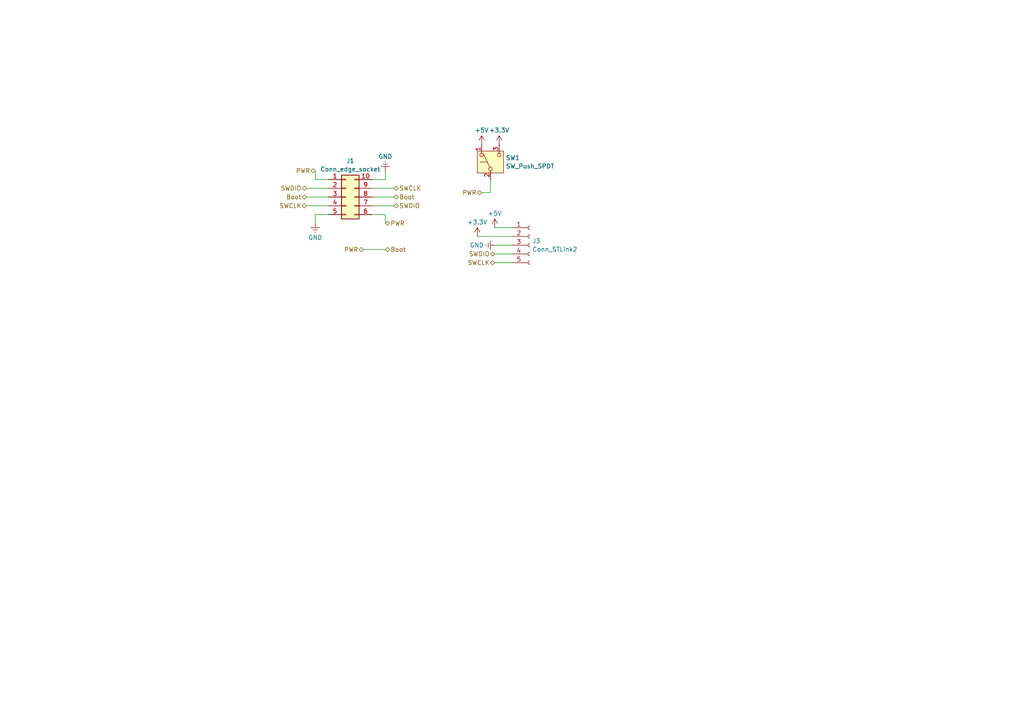
<source format=kicad_sch>
(kicad_sch (version 20231120) (generator "eeschema") (generator_version "8.0")
  (paper "A4")
  (lib_symbols
    (symbol "Connector:Conn_01x05_Socket" (pin_names (offset 1.016) hide)
      (property "Reference" "J" (at 0 7.62 0))
      (property "Value" "Conn_01x05_Socket" (at 0 -7.62 0))
      (symbol "Conn_01x05_Socket_1_1"
        (arc (start 0 -4.572) (mid -0.5058 -5.08) (end 0 -5.588) (stroke (width 0.1524)))
        (arc (start 0 -2.032) (mid -0.5058 -2.54) (end 0 -3.048) (stroke (width 0.1524)))
        (polyline (pts (xy -1.27 -5.08) (xy -0.508 -5.08)) (stroke (width 0.1524)))
        (polyline (pts (xy -1.27 -2.54) (xy -0.508 -2.54)) (stroke (width 0.1524)))
        (polyline (pts (xy -1.27 0) (xy -0.508 0)) (stroke (width 0.1524)))
        (polyline (pts (xy -1.27 2.54) (xy -0.508 2.54)) (stroke (width 0.1524)))
        (polyline (pts (xy -1.27 5.08) (xy -0.508 5.08)) (stroke (width 0.1524)))
        (arc (start 0 0.508) (mid -0.5058 0) (end 0 -0.508) (stroke (width 0.1524)))
        (arc (start 0 3.048) (mid -0.5058 2.54) (end 0 2.032) (stroke (width 0.1524)))
        (arc (start 0 5.588) (mid -0.5058 5.08) (end 0 4.572) (stroke (width 0.1524)))
        (pin passive line (at -5.08 5.08 0) (length 3.81) (name "Pin_1") (number "1"))
        (pin passive line (at -5.08 2.54 0) (length 3.81) (name "Pin_2") (number "2"))
        (pin passive line (at -5.08 0 0) (length 3.81) (name "Pin_3") (number "3"))
        (pin passive line (at -5.08 -2.54 0) (length 3.81) (name "Pin_4") (number "4"))
        (pin passive line (at -5.08 -5.08 0) (length 3.81) (name "Pin_5") (number "5"))
      )
    )
    (symbol "Connector_Generic:Conn_02x05_Counter_Clockwise" (pin_names (offset 1.016) hide)
      (property "Reference" "J" (at 1.27 7.62 0))
      (property "Value" "Conn_02x05_Counter_Clockwise" (at 1.27 -7.62 0))
      (symbol "Conn_02x05_Counter_Clockwise_1_1"
        (rectangle (start -1.27 -4.953) (end 0 -5.207) (stroke (width 0.1524)))
        (rectangle (start -1.27 -2.413) (end 0 -2.667) (stroke (width 0.1524)))
        (rectangle (start -1.27 0.127) (end 0 -0.127) (stroke (width 0.1524)))
        (rectangle (start -1.27 2.667) (end 0 2.413) (stroke (width 0.1524)))
        (rectangle (start -1.27 5.207) (end 0 4.953) (stroke (width 0.1524)))
        (rectangle (start -1.27 6.35) (end 3.81 -6.35) (stroke (width 0.254)) (fill (type background)))
        (rectangle (start 3.81 -4.953) (end 2.54 -5.207) (stroke (width 0.1524)))
        (rectangle (start 3.81 -2.413) (end 2.54 -2.667) (stroke (width 0.1524)))
        (rectangle (start 3.81 0.127) (end 2.54 -0.127) (stroke (width 0.1524)))
        (rectangle (start 3.81 2.667) (end 2.54 2.413) (stroke (width 0.1524)))
        (rectangle (start 3.81 5.207) (end 2.54 4.953) (stroke (width 0.1524)))
        (pin passive line (at -5.08 5.08 0) (length 3.81) (name "Pin_1") (number "1"))
        (pin passive line (at 7.62 5.08 180) (length 3.81) (name "Pin_10") (number "10"))
        (pin passive line (at -5.08 2.54 0) (length 3.81) (name "Pin_2") (number "2"))
        (pin passive line (at -5.08 0 0) (length 3.81) (name "Pin_3") (number "3"))
        (pin passive line (at -5.08 -2.54 0) (length 3.81) (name "Pin_4") (number "4"))
        (pin passive line (at -5.08 -5.08 0) (length 3.81) (name "Pin_5") (number "5"))
        (pin passive line (at 7.62 -5.08 180) (length 3.81) (name "Pin_6") (number "6"))
        (pin passive line (at 7.62 -2.54 180) (length 3.81) (name "Pin_7") (number "7"))
        (pin passive line (at 7.62 0 180) (length 3.81) (name "Pin_8") (number "8"))
        (pin passive line (at 7.62 2.54 180) (length 3.81) (name "Pin_9") (number "9"))
      )
    )
    (symbol "Switch:SW_Push_SPDT" (pin_names (offset 0) hide)
      (property "Reference" "SW" (at 0 5.08 0))
      (property "Value" "SW_Push_SPDT" (at 0 -5.08 0))
      (symbol "SW_Push_SPDT_0_0"
        (circle (center -2.032 0) (radius 0.508))
        (polyline (pts (xy 0 1.016) (xy 0 3.048)))
        (circle (center 2.032 -2.54) (radius 0.508))
      )
      (symbol "SW_Push_SPDT_0_1"
        (polyline (pts (xy -1.524 0.2032) (xy 2.3368 1.9812)))
        (circle (center 2.032 2.54) (radius 0.508))
      )
      (symbol "SW_Push_SPDT_1_1"
        (rectangle (start -3.175 3.81) (end 3.175 -3.81) (fill (type background)))
        (pin passive line (at 5.08 2.54 180) (length 2.54) (name "A") (number "1"))
        (pin passive line (at -5.08 0 0) (length 2.54) (name "B") (number "2"))
        (pin passive line (at 5.08 -2.54 180) (length 2.54) (name "C") (number "3"))
      )
    )
    (symbol "power:+3.3V" (power) (pin_numbers hide) (pin_names (offset 0) hide)
      (property "Value" "+3.3V" (at 0 3.556 0))
      (symbol "+3.3V_0_1"
        (polyline (pts (xy -0.762 1.27) (xy 0 2.54)))
        (polyline (pts (xy 0 0) (xy 0 2.54)))
        (polyline (pts (xy 0 2.54) (xy 0.762 1.27)))
      )
      (symbol "+3.3V_1_1"
        (pin power_in line (at 0 0 90) (length 0) (name "~") (number "1"))
      )
    )
    (symbol "power:GNDREF" (power) (pin_numbers hide) (pin_names (offset 0) hide)
      (property "Value" "GNDREF" (at 0 -3.81 0))
      (symbol "GNDREF_0_1"
        (polyline (pts (xy -0.635 -1.905) (xy 0.635 -1.905)))
        (polyline (pts (xy -0.127 -2.54) (xy 0.127 -2.54)))
        (polyline (pts (xy 0 -1.27) (xy 0 0)))
        (polyline (pts (xy 1.27 -1.27) (xy -1.27 -1.27)))
      )
      (symbol "GNDREF_1_1"
        (pin power_in line (at 0 0 270) (length 0) (name "~") (number "1"))
      )
    )
  )
  (wire (pts (xy 91.44 52.07) (xy 95.25 52.07)))
  (wire (pts (xy 143.51 66.04) (xy 148.59 66.04)))
  (wire (pts (xy 111.76 49.53) (xy 111.76 52.07)))
  (wire (pts (xy 114.3 54.61) (xy 107.95 54.61)))
  (wire (pts (xy 139.7 55.88) (xy 142.24 55.88)))
  (wire (pts (xy 105.41 72.39) (xy 111.76 72.39)))
  (wire (pts (xy 88.9 59.69) (xy 95.25 59.69)))
  (wire (pts (xy 142.24 55.88) (xy 142.24 52.07)))
  (wire (pts (xy 143.51 76.2) (xy 148.59 76.2)))
  (wire (pts (xy 88.9 57.15) (xy 95.25 57.15)))
  (wire (pts (xy 143.51 73.66) (xy 148.59 73.66)))
  (wire (pts (xy 114.3 59.69) (xy 107.95 59.69)))
  (wire (pts (xy 91.44 49.53) (xy 91.44 52.07)))
  (wire (pts (xy 111.76 52.07) (xy 107.95 52.07)))
  (wire (pts (xy 143.51 71.12) (xy 148.59 71.12)))
  (wire (pts (xy 91.44 62.23) (xy 95.25 62.23)))
  (wire (pts (xy 88.9 54.61) (xy 95.25 54.61)))
  (wire (pts (xy 114.3 57.15) (xy 107.95 57.15)))
  (wire (pts (xy 91.44 64.77) (xy 91.44 62.23)))
  (wire (pts (xy 111.76 64.77) (xy 111.76 62.23)))
  (wire (pts (xy 111.76 62.23) (xy 107.95 62.23)))
  (wire (pts (xy 138.43 68.58) (xy 148.59 68.58)))
  (hierarchical_label "Boot" (shape bidirectional) (at 114.3 57.15 0))
  (hierarchical_label "SWDIO" (shape bidirectional) (at 143.51 73.66 180))
  (hierarchical_label "PWR" (shape bidirectional) (at 91.44 49.53 180))
  (hierarchical_label "SWDIO" (shape bidirectional) (at 114.3 59.69 0))
  (hierarchical_label "PWR" (shape bidirectional) (at 139.7 55.88 180))
  (hierarchical_label "SWCLK" (shape bidirectional) (at 114.3 54.61 0))
  (hierarchical_label "SWCLK" (shape bidirectional) (at 88.9 59.69 180))
  (hierarchical_label "SWCLK" (shape bidirectional) (at 143.51 76.2 180))
  (hierarchical_label "Boot" (shape bidirectional) (at 88.9 57.15 180))
  (hierarchical_label "PWR" (shape bidirectional) (at 105.41 72.39 180))
  (hierarchical_label "SWDIO" (shape bidirectional) (at 88.9 54.61 180))
  (hierarchical_label "PWR" (shape bidirectional) (at 111.76 64.77 0))
  (hierarchical_label "Boot" (shape bidirectional) (at 111.76 72.39 0))
  (symbol (lib_id "power:+3.3V") (at 139.7 41.91 0) (unit 1)
    (property "Reference" "#PWR01" (effects (hide yes)))
    (property "Value" "+5V" (at 139.7 37.7769 0))
    (property "Description" "Power symbol creates a global label with name \"+3.3V\"" (effects (hide yes)))
  )
  (symbol (lib_id "power:+3.3V") (at 138.43 68.58 0) (unit 1)
    (property "Reference" "#PWR08" (effects (hide yes)))
    (property "Value" "+3.3V" (at 138.43 64.4469 0))
    (property "Description" "Power symbol creates a global label with name \"+3.3V\"" (effects (hide yes)))
  )
  (symbol (lib_id "power:+3.3V") (at 143.51 66.04 0) (unit 1)
    (property "Reference" "#PWR010" (effects (hide yes)))
    (property "Value" "+5V" (at 143.51 61.9069 0))
    (property "Description" "Power symbol creates a global label with name \"+3.3V\"" (effects (hide yes)))
  )
  (symbol (lib_id "Connector:Conn_01x05_Socket") (at 153.67 71.12 0) (unit 1)
    (property "Reference" "J3" (at 154.3812 69.9078 0) (effects (justify left)))
    (property "Value" "Conn_STLink2" (at 154.3812 72.3321 0) (effects (justify left)))
    (property "Footprint" "Connector_PinHeader_2.54mm:PinHeader_1x05_P2.54mm_Vertical" (effects (hide yes)))
    (property "Description" "Generic connector, single row, 01x05, script generated" (effects (hide yes)))
  )
  (symbol (lib_id "Switch:SW_Push_SPDT") (at 142.24 46.99 90) (unit 1)
    (property "Reference" "SW1" (at 146.685 45.7778 90) (effects (justify right)))
    (property "Value" "SW_Push_SPDT" (at 146.685 48.2021 90) (effects (justify right)))
    (property "Footprint" "Connector_PinHeader_2.54mm:PinHeader_1x03_P2.54mm_Vertical" (effects (hide yes)))
    (property "Description" "Momentary Switch, single pole double throw" (effects (hide yes)))
  )
  (symbol (lib_id "power:+3.3V") (at 144.78 41.91 0) (unit 1)
    (property "Reference" "#PWR06" (effects (hide yes)))
    (property "Value" "+3.3V" (at 144.78 37.7769 0))
    (property "Description" "Power symbol creates a global label with name \"+3.3V\"" (effects (hide yes)))
  )
  (symbol (lib_id "power:GNDREF") (at 91.44 64.77 0) (unit 1)
    (property "Reference" "#PWR02" (effects (hide yes)))
    (property "Value" "GND" (at 91.44 68.9031 0))
    (property "Description" "Power symbol creates a global label with name \"GNDREF\" , reference supply ground" (effects (hide yes)))
  )
  (symbol (lib_id "Connector_Generic:Conn_02x05_Counter_Clockwise") (at 100.33 57.15 0) (unit 1)
    (property "Reference" "J1" (at 101.6 46.6555 0))
    (property "Value" "Conn_edge_socket" (at 101.6 49.0798 0))
    (property "Footprint" "Connector_PinSocket_2.54mm:PinSocket_2x05_P2.54mm_Vertical" (effects (hide yes)))
    (property "Description" "Generic connector, double row, 02x05, counter clockwise pin numbering scheme (similar to DIP package numbering), script generated (kicad-library-utils/schlib/autogen/connector/)" (effects (hide yes)))
  )
  (symbol (lib_id "power:GNDREF") (at 143.51 71.12 270) (unit 1)
    (property "Reference" "#PWR09" (effects (hide yes)))
    (property "Value" "GND" (at 140.3351 71.12 90) (effects (justify right)))
    (property "Description" "Power symbol creates a global label with name \"GNDREF\" , reference supply ground" (effects (hide yes)))
  )
  (symbol (lib_id "power:GNDREF") (at 111.76 49.53 180) (unit 1)
    (property "Reference" "#PWR04" (effects (hide yes)))
    (property "Value" "GND" (at 111.76 45.3969 0))
    (property "Description" "Power symbol creates a global label with name \"GNDREF\" , reference supply ground" (effects (hide yes)))
  )
)
</source>
